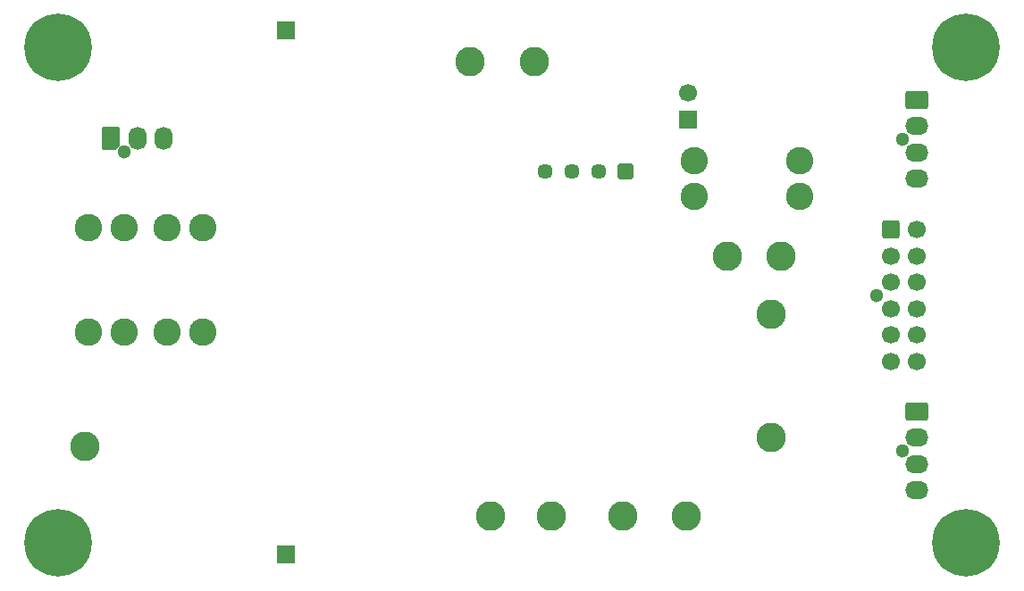
<source format=gbr>
%TF.GenerationSoftware,KiCad,Pcbnew,9.0.7*%
%TF.CreationDate,2026-01-13T18:02:55-06:00*%
%TF.ProjectId,ActivePrecharge RevB,41637469-7665-4507-9265-636861726765,rev?*%
%TF.SameCoordinates,Original*%
%TF.FileFunction,Soldermask,Bot*%
%TF.FilePolarity,Negative*%
%FSLAX46Y46*%
G04 Gerber Fmt 4.6, Leading zero omitted, Abs format (unit mm)*
G04 Created by KiCad (PCBNEW 9.0.7) date 2026-01-13 18:02:55*
%MOMM*%
%LPD*%
G01*
G04 APERTURE LIST*
G04 Aperture macros list*
%AMRoundRect*
0 Rectangle with rounded corners*
0 $1 Rounding radius*
0 $2 $3 $4 $5 $6 $7 $8 $9 X,Y pos of 4 corners*
0 Add a 4 corners polygon primitive as box body*
4,1,4,$2,$3,$4,$5,$6,$7,$8,$9,$2,$3,0*
0 Add four circle primitives for the rounded corners*
1,1,$1+$1,$2,$3*
1,1,$1+$1,$4,$5*
1,1,$1+$1,$6,$7*
1,1,$1+$1,$8,$9*
0 Add four rect primitives between the rounded corners*
20,1,$1+$1,$2,$3,$4,$5,0*
20,1,$1+$1,$4,$5,$6,$7,0*
20,1,$1+$1,$6,$7,$8,$9,0*
20,1,$1+$1,$8,$9,$2,$3,0*%
%AMFreePoly0*
4,1,22,0.945671,0.830970,1.026777,0.776777,1.080970,0.695671,1.100000,0.600000,1.100000,-0.600000,1.080970,-0.695671,1.026777,-0.776777,0.945671,-0.830970,0.850000,-0.850000,-0.596447,-0.850000,-0.692118,-0.830970,-0.773224,-0.776777,-1.026777,-0.523224,-1.080970,-0.442118,-1.100000,-0.346447,-1.100000,0.600000,-1.080970,0.695671,-1.026777,0.776777,-0.945671,0.830970,-0.850000,0.850000,
0.850000,0.850000,0.945671,0.830970,0.945671,0.830970,$1*%
G04 Aperture macros list end*
%ADD10C,2.800000*%
%ADD11C,3.600000*%
%ADD12C,6.400000*%
%ADD13C,2.604000*%
%ADD14R,1.700000X1.700000*%
%ADD15C,1.300000*%
%ADD16RoundRect,0.250000X-0.850000X-0.600000X0.850000X-0.600000X0.850000X0.600000X-0.850000X0.600000X0*%
%ADD17O,2.200000X1.700000*%
%ADD18C,1.700000*%
%ADD19RoundRect,0.250000X-0.600000X-0.600000X0.600000X-0.600000X0.600000X0.600000X-0.600000X0.600000X0*%
%ADD20FreePoly0,90.000000*%
%ADD21O,1.700000X2.200000*%
%ADD22RoundRect,0.102000X0.625000X0.625000X-0.625000X0.625000X-0.625000X-0.625000X0.625000X-0.625000X0*%
%ADD23C,1.454000*%
G04 APERTURE END LIST*
D10*
%TO.C,TP6*%
X161750000Y-120900000D03*
%TD*%
D11*
%TO.C,H2*%
X201000000Y-76500000D03*
D12*
X201000000Y-76500000D03*
%TD*%
D11*
%TO.C,H1*%
X115000000Y-76500000D03*
D12*
X115000000Y-76500000D03*
%TD*%
D10*
%TO.C,TP1*%
X117500000Y-114300000D03*
%TD*%
D13*
%TO.C,F3*%
X175310000Y-87190000D03*
X175310000Y-90590000D03*
X185230000Y-87190000D03*
X185230000Y-90590000D03*
%TD*%
D14*
%TO.C,J5*%
X136550000Y-124600000D03*
%TD*%
D10*
%TO.C,TP3*%
X182572500Y-113500000D03*
%TD*%
D15*
%TO.C,J3*%
X195040000Y-114750000D03*
D16*
X196380000Y-111000000D03*
D17*
X196380000Y-113500000D03*
X196380000Y-116000000D03*
X196380000Y-118500000D03*
%TD*%
D14*
%TO.C,J7*%
X174645000Y-83325000D03*
D18*
X174645000Y-80785000D03*
%TD*%
D15*
%TO.C,J2*%
X195040000Y-85190000D03*
D16*
X196380000Y-81440000D03*
D17*
X196380000Y-83940000D03*
X196380000Y-86440000D03*
X196380000Y-88940000D03*
%TD*%
D10*
%TO.C,TP4*%
X154000000Y-77800000D03*
%TD*%
%TO.C,TP8*%
X183500000Y-96250000D03*
%TD*%
D13*
%TO.C,F2*%
X128700000Y-93580000D03*
X125300000Y-93580000D03*
X128700000Y-103500000D03*
X125300000Y-103500000D03*
%TD*%
D11*
%TO.C,H3*%
X115000000Y-123500000D03*
D12*
X115000000Y-123500000D03*
%TD*%
D15*
%TO.C,J4*%
X192550000Y-100000000D03*
D19*
X193890000Y-93750000D03*
D18*
X193890000Y-96250000D03*
X193890000Y-98750000D03*
X193890000Y-101250000D03*
X193890000Y-103750000D03*
X193890000Y-106250000D03*
X196390000Y-93750000D03*
X196390000Y-96250000D03*
X196390000Y-98750000D03*
X196390000Y-101250000D03*
X196390000Y-103750000D03*
X196390000Y-106250000D03*
%TD*%
D14*
%TO.C,J6*%
X136550000Y-74900000D03*
%TD*%
D13*
%TO.C,F1*%
X121250000Y-93575000D03*
X117850000Y-93575000D03*
X121250000Y-103495000D03*
X117850000Y-103495000D03*
%TD*%
D10*
%TO.C,TP2*%
X182572500Y-101800000D03*
%TD*%
D11*
%TO.C,H4*%
X201000000Y-123500000D03*
D12*
X201000000Y-123500000D03*
%TD*%
D15*
%TO.C,J1*%
X121250000Y-86408602D03*
D20*
X120000000Y-85068602D03*
D21*
X122500000Y-85068602D03*
X125000000Y-85068602D03*
%TD*%
D10*
%TO.C,TP10*%
X168500000Y-120900000D03*
%TD*%
%TO.C,TP9*%
X156000000Y-120900000D03*
%TD*%
D22*
%TO.C,PS1*%
X168740000Y-88225000D03*
D23*
X166200000Y-88225000D03*
X163660000Y-88225000D03*
X161120000Y-88225000D03*
%TD*%
D10*
%TO.C,TP7*%
X178440000Y-96250000D03*
%TD*%
%TO.C,TP5*%
X160150000Y-77800000D03*
%TD*%
%TO.C,TP11*%
X174500000Y-120900000D03*
%TD*%
M02*

</source>
